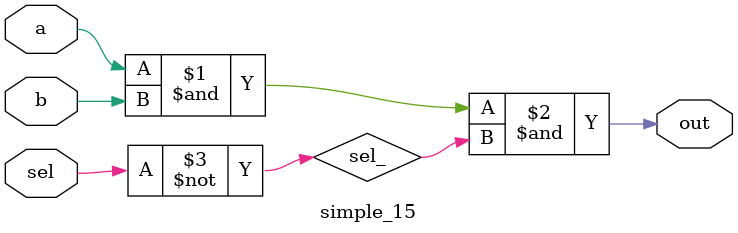
<source format=v>
module simple_15(
    output out,
    input a,
    input b,
    input sel
);
    not (sel_,sel);
    and (out,a,b,sel_);
endmodule
</source>
